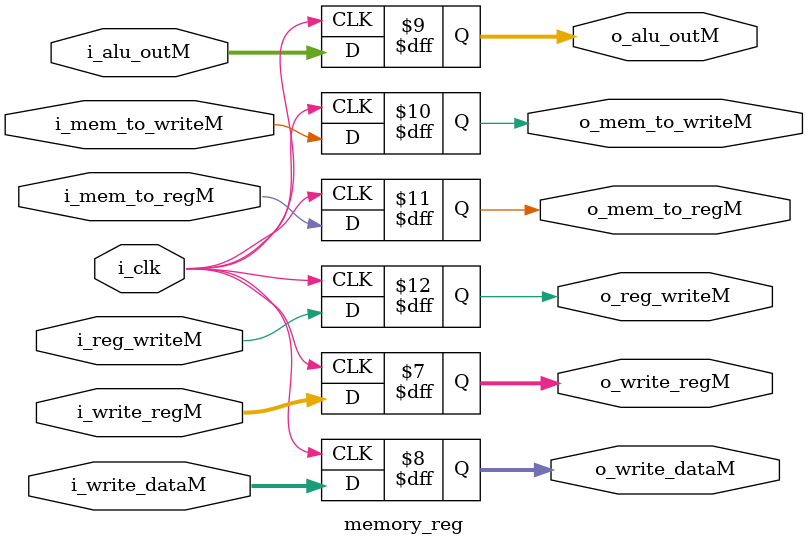
<source format=v>
module memory_reg(
input i_clk,
input i_reg_writeM,
input i_mem_to_regM,
input i_mem_to_writeM,
input [31:0] i_alu_outM,
input [31:0] i_write_dataM,
input [4:0] i_write_regM,
output reg o_reg_writeM,
output reg o_mem_to_regM,
output reg o_mem_to_writeM,
output reg [31:0] o_alu_outM,
output reg [31:0] o_write_dataM,
output reg [4:0]  o_write_regM
);
always@(posedge i_clk)begin
		o_reg_writeM <= i_reg_writeM;	
end
always@(posedge i_clk)begin
		o_mem_to_regM <= i_mem_to_regM;	
end
always@(posedge i_clk)begin
		o_mem_to_writeM <= i_mem_to_writeM;	
end
always@(posedge i_clk)begin
		o_alu_outM <= i_alu_outM;	
end
always@(posedge i_clk)begin
		o_write_dataM <= i_write_dataM;	
end
always@(posedge i_clk)begin
		o_write_regM <= i_write_regM;	
end
endmodule


</source>
